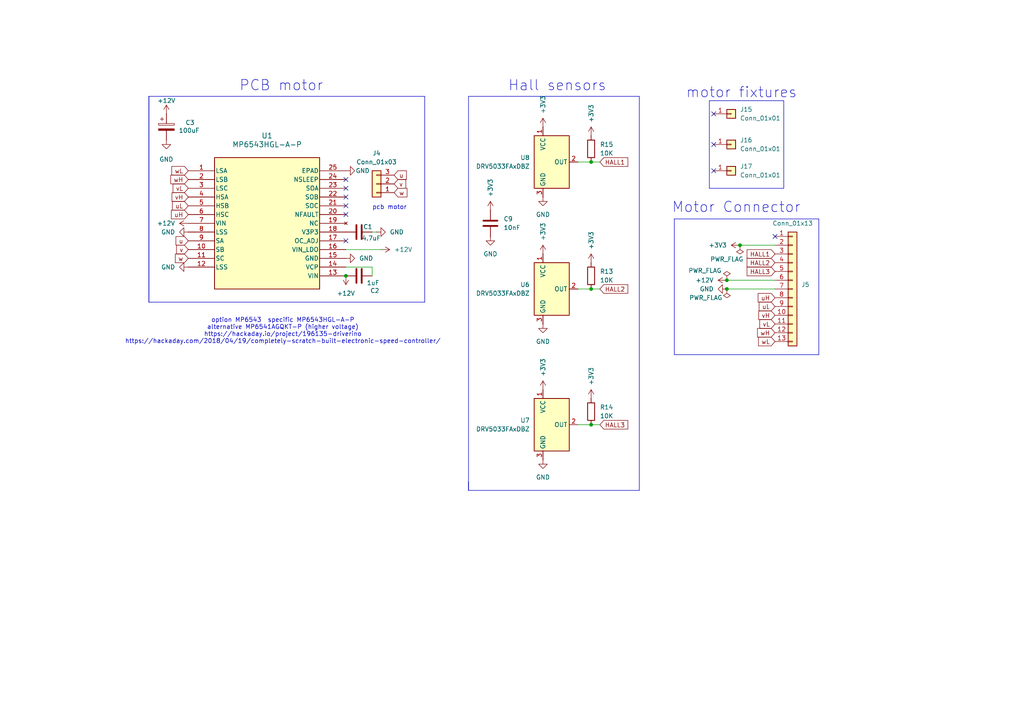
<source format=kicad_sch>
(kicad_sch (version 20231120) (generator "eeschema") (generator_version "8.0")
  (paper "A4")
  (lib_symbols
    (symbol "2024-10-30_09-27-01:MP6543HGL-A-P" (pin_names (offset 0.254))
      (property "Reference" "U" (at 22.86 10.16 0))
      (property "Value" "MP6543HGL-A-P" (at 22.86 7.62 0))
      (symbol "MP6543HGL-A-P_0_1"
        (rectangle (start 7.62 3.81) (end 38.1 -34.29) (stroke (width 0.254)) (fill (type background)))
      )
      (symbol "MP6543HGL-A-P_1_1"
        (pin passive line (at 0 0 0) (length 7.62) (name "LSA") (number "1"))
        (pin output line (at 0 -22.86 0) (length 7.62) (name "SB") (number "10"))
        (pin output line (at 0 -25.4 0) (length 7.62) (name "SC") (number "11"))
        (pin power_in line (at 0 -27.94 0) (length 7.62) (name "LSS") (number "12"))
        (pin power_in line (at 45.72 -30.48 180) (length 7.62) (name "VIN") (number "13"))
        (pin output line (at 45.72 -27.94 180) (length 7.62) (name "VCP") (number "14"))
        (pin power_in line (at 45.72 -25.4 180) (length 7.62) (name "GND") (number "15"))
        (pin input line (at 45.72 -22.86 180) (length 7.62) (name "VIN_LDO") (number "16"))
        (pin unspecified line (at 45.72 -20.32 180) (length 7.62) (name "OC_ADJ") (number "17"))
        (pin power_out line (at 45.72 -17.78 180) (length 7.62) (name "V3P3") (number "18"))
        (pin no_connect line (at 45.72 -15.24 180) (length 7.62) (name "NC") (number "19"))
        (pin passive line (at 0 -2.54 0) (length 7.62) (name "LSB") (number "2"))
        (pin output line (at 45.72 -12.7 180) (length 7.62) (name "NFAULT") (number "20"))
        (pin output line (at 45.72 -10.16 180) (length 7.62) (name "SOC") (number "21"))
        (pin output line (at 45.72 -7.62 180) (length 7.62) (name "SOB") (number "22"))
        (pin output line (at 45.72 -5.08 180) (length 7.62) (name "SOA") (number "23"))
        (pin input line (at 45.72 -2.54 180) (length 7.62) (name "NSLEEP") (number "24"))
        (pin passive line (at 45.72 0 180) (length 7.62) (name "EPAD") (number "25"))
        (pin passive line (at 0 -5.08 0) (length 7.62) (name "LSC") (number "3"))
        (pin passive line (at 0 -7.62 0) (length 7.62) (name "HSA") (number "4"))
        (pin passive line (at 0 -10.16 0) (length 7.62) (name "HSB") (number "5"))
        (pin passive line (at 0 -12.7 0) (length 7.62) (name "HSC") (number "6"))
        (pin power_in line (at 0 -15.24 0) (length 7.62) (name "VIN") (number "7"))
        (pin power_in line (at 0 -17.78 0) (length 7.62) (name "LSS") (number "8"))
        (pin output line (at 0 -20.32 0) (length 7.62) (name "SA") (number "9"))
      )
    )
    (symbol "Connector_Generic:Conn_01x01" (pin_names (offset 1.016) hide)
      (property "Reference" "J" (at 0 2.54 0))
      (property "Value" "Conn_01x01" (at 0 -2.54 0))
      (symbol "Conn_01x01_1_1"
        (rectangle (start -1.27 0.127) (end 0 -0.127) (stroke (width 0.1524)))
        (rectangle (start -1.27 1.27) (end 1.27 -1.27) (stroke (width 0.254)) (fill (type background)))
        (pin passive line (at -5.08 0 0) (length 3.81) (name "Pin_1") (number "1"))
      )
    )
    (symbol "Connector_Generic:Conn_01x03" (pin_names (offset 1.016) hide)
      (property "Reference" "J" (at 0 5.08 0))
      (property "Value" "Conn_01x03" (at 0 -5.08 0))
      (symbol "Conn_01x03_1_1"
        (rectangle (start -1.27 -2.413) (end 0 -2.667) (stroke (width 0.1524)))
        (rectangle (start -1.27 0.127) (end 0 -0.127) (stroke (width 0.1524)))
        (rectangle (start -1.27 2.667) (end 0 2.413) (stroke (width 0.1524)))
        (rectangle (start -1.27 3.81) (end 1.27 -3.81) (stroke (width 0.254)) (fill (type background)))
        (pin passive line (at -5.08 2.54 0) (length 3.81) (name "Pin_1") (number "1"))
        (pin passive line (at -5.08 0 0) (length 3.81) (name "Pin_2") (number "2"))
        (pin passive line (at -5.08 -2.54 0) (length 3.81) (name "Pin_3") (number "3"))
      )
    )
    (symbol "Connector_Generic:Conn_01x13" (pin_names (offset 1.016) hide)
      (property "Reference" "J" (at 0 17.78 0))
      (property "Value" "Conn_01x13" (at 0 -17.78 0))
      (symbol "Conn_01x13_1_1"
        (rectangle (start -1.27 -15.113) (end 0 -15.367) (stroke (width 0.1524)))
        (rectangle (start -1.27 -12.573) (end 0 -12.827) (stroke (width 0.1524)))
        (rectangle (start -1.27 -10.033) (end 0 -10.287) (stroke (width 0.1524)))
        (rectangle (start -1.27 -7.493) (end 0 -7.747) (stroke (width 0.1524)))
        (rectangle (start -1.27 -4.953) (end 0 -5.207) (stroke (width 0.1524)))
        (rectangle (start -1.27 -2.413) (end 0 -2.667) (stroke (width 0.1524)))
        (rectangle (start -1.27 0.127) (end 0 -0.127) (stroke (width 0.1524)))
        (rectangle (start -1.27 2.667) (end 0 2.413) (stroke (width 0.1524)))
        (rectangle (start -1.27 5.207) (end 0 4.953) (stroke (width 0.1524)))
        (rectangle (start -1.27 7.747) (end 0 7.493) (stroke (width 0.1524)))
        (rectangle (start -1.27 10.287) (end 0 10.033) (stroke (width 0.1524)))
        (rectangle (start -1.27 12.827) (end 0 12.573) (stroke (width 0.1524)))
        (rectangle (start -1.27 15.367) (end 0 15.113) (stroke (width 0.1524)))
        (rectangle (start -1.27 16.51) (end 1.27 -16.51) (stroke (width 0.254)) (fill (type background)))
        (pin passive line (at -5.08 15.24 0) (length 3.81) (name "Pin_1") (number "1"))
        (pin passive line (at -5.08 -7.62 0) (length 3.81) (name "Pin_10") (number "10"))
        (pin passive line (at -5.08 -10.16 0) (length 3.81) (name "Pin_11") (number "11"))
        (pin passive line (at -5.08 -12.7 0) (length 3.81) (name "Pin_12") (number "12"))
        (pin passive line (at -5.08 -15.24 0) (length 3.81) (name "Pin_13") (number "13"))
        (pin passive line (at -5.08 12.7 0) (length 3.81) (name "Pin_2") (number "2"))
        (pin passive line (at -5.08 10.16 0) (length 3.81) (name "Pin_3") (number "3"))
        (pin passive line (at -5.08 7.62 0) (length 3.81) (name "Pin_4") (number "4"))
        (pin passive line (at -5.08 5.08 0) (length 3.81) (name "Pin_5") (number "5"))
        (pin passive line (at -5.08 2.54 0) (length 3.81) (name "Pin_6") (number "6"))
        (pin passive line (at -5.08 0 0) (length 3.81) (name "Pin_7") (number "7"))
        (pin passive line (at -5.08 -2.54 0) (length 3.81) (name "Pin_8") (number "8"))
        (pin passive line (at -5.08 -5.08 0) (length 3.81) (name "Pin_9") (number "9"))
      )
    )
    (symbol "Device:C" (pin_numbers hide) (pin_names (offset 0.254))
      (property "Reference" "C" (at 0.635 2.54 0))
      (property "Value" "C" (at 0.635 -2.54 0))
      (symbol "C_0_1"
        (polyline (pts (xy -2.032 -0.762) (xy 2.032 -0.762)) (stroke (width 0.508)))
        (polyline (pts (xy -2.032 0.762) (xy 2.032 0.762)) (stroke (width 0.508)))
      )
      (symbol "C_1_1"
        (pin passive line (at 0 3.81 270) (length 2.794) (name "~") (number "1"))
        (pin passive line (at 0 -3.81 90) (length 2.794) (name "~") (number "2"))
      )
    )
    (symbol "Device:C_Polarized" (pin_numbers hide) (pin_names (offset 0.254))
      (property "Reference" "C" (at 0.635 2.54 0))
      (property "Value" "C_Polarized" (at 0.635 -2.54 0))
      (symbol "C_Polarized_0_1"
        (rectangle (start -2.286 0.508) (end 2.286 1.016))
        (polyline (pts (xy -1.778 2.286) (xy -0.762 2.286)))
        (polyline (pts (xy -1.27 2.794) (xy -1.27 1.778)))
        (rectangle (start 2.286 -0.508) (end -2.286 -1.016) (fill (type outline)))
      )
      (symbol "C_Polarized_1_1"
        (pin passive line (at 0 3.81 270) (length 2.794) (name "~") (number "1"))
        (pin passive line (at 0 -3.81 90) (length 2.794) (name "~") (number "2"))
      )
    )
    (symbol "Device:R" (pin_numbers hide) (pin_names (offset 0))
      (property "Reference" "R" (at 2.032 0 90))
      (property "Value" "R" (at 0 0 90))
      (symbol "R_0_1"
        (rectangle (start -1.016 -2.54) (end 1.016 2.54) (stroke (width 0.254)))
      )
      (symbol "R_1_1"
        (pin passive line (at 0 3.81 270) (length 1.27) (name "~") (number "1"))
        (pin passive line (at 0 -3.81 90) (length 1.27) (name "~") (number "2"))
      )
    )
    (symbol "Sensor_Magnetic:DRV5033FAxDBZ"
      (property "Reference" "U" (at 2.54 12.7 0))
      (property "Value" "DRV5033FAxDBZ" (at 2.54 10.16 0))
      (symbol "DRV5033FAxDBZ_1_1"
        (rectangle (start -5.08 7.62) (end 5.08 -7.62) (stroke (width 0.254)) (fill (type background)))
        (pin power_in line (at -2.54 10.16 270) (length 2.54) (name "VCC") (number "1"))
        (pin output line (at 7.62 0 180) (length 2.54) (name "OUT") (number "2"))
        (pin power_in line (at -2.54 -10.16 90) (length 2.54) (name "GND") (number "3"))
      )
    )
    (symbol "power:+12V" (power) (pin_numbers hide) (pin_names (offset 0) hide)
      (property "Value" "+12V" (at 0 3.556 0))
      (symbol "+12V_0_1"
        (polyline (pts (xy -0.762 1.27) (xy 0 2.54)))
        (polyline (pts (xy 0 0) (xy 0 2.54)))
        (polyline (pts (xy 0 2.54) (xy 0.762 1.27)))
      )
      (symbol "+12V_1_1"
        (pin power_in line (at 0 0 90) (length 0) (name "~") (number "1"))
      )
    )
    (symbol "power:+3V3" (power) (pin_numbers hide) (pin_names (offset 0) hide)
      (property "Value" "+3V3" (at 0 3.556 0))
      (symbol "+3V3_0_1"
        (polyline (pts (xy -0.762 1.27) (xy 0 2.54)))
        (polyline (pts (xy 0 0) (xy 0 2.54)))
        (polyline (pts (xy 0 2.54) (xy 0.762 1.27)))
      )
      (symbol "+3V3_1_1"
        (pin power_in line (at 0 0 90) (length 0) (name "~") (number "1"))
      )
    )
    (symbol "power:GND" (power) (pin_numbers hide) (pin_names (offset 0) hide)
      (property "Value" "GND" (at 0 -3.81 0))
      (symbol "GND_0_1"
        (polyline (pts (xy 0 0) (xy 0 -1.27) (xy 1.27 -1.27) (xy 0 -2.54) (xy -1.27 -1.27) (xy 0 -1.27)))
      )
      (symbol "GND_1_1"
        (pin power_in line (at 0 0 270) (length 0) (name "~") (number "1"))
      )
    )
    (symbol "power:PWR_FLAG" (power) (pin_numbers hide) (pin_names (offset 0) hide)
      (property "Value" "PWR_FLAG" (at 0 3.81 0))
      (symbol "PWR_FLAG_0_0"
        (pin power_out line (at 0 0 90) (length 0) (name "~") (number "1"))
      )
      (symbol "PWR_FLAG_0_1"
        (polyline (pts (xy 0 0) (xy 0 1.27) (xy -1.016 1.905) (xy 0 2.54) (xy 1.016 1.905) (xy 0 1.27)))
      )
    )
  )
  (junction (at 171.45 123.19))
  (junction (at 100.33 80.01))
  (junction (at 210.82 81.28))
  (junction (at 210.82 83.82))
  (junction (at 171.45 46.99))
  (junction (at 214.63 71.12))
  (junction (at 171.45 83.82))
  (no_connect (at 100.33 54.61))
  (no_connect (at 207.01 49.53))
  (no_connect (at 100.33 52.07))
  (no_connect (at 100.33 69.85))
  (no_connect (at 100.33 59.69))
  (no_connect (at 100.33 62.23))
  (no_connect (at 207.01 41.91))
  (no_connect (at 100.33 57.15))
  (no_connect (at 207.01 33.02))
  (no_connect (at 224.79 68.58))
  (polyline (pts (xy 227.33 29.21) (xy 205.74 29.21)))
  (wire (pts (xy 167.64 46.99) (xy 171.45 46.99)))
  (wire (pts (xy 100.33 77.47) (xy 107.95 77.47)))
  (polyline (pts (xy 185.42 142.24) (xy 135.89 142.24)))
  (polyline (pts (xy 227.33 54.61) (xy 227.33 29.21)))
  (wire (pts (xy 167.64 123.19) (xy 171.45 123.19)))
  (polyline (pts (xy 135.89 139.7) (xy 135.89 142.24)))
  (wire (pts (xy 171.45 83.82) (xy 173.99 83.82)))
  (polyline (pts (xy 185.42 27.94) (xy 185.42 142.24)))
  (polyline (pts (xy 123.19 87.63) (xy 43.18 87.63)))
  (polyline (pts (xy 135.89 27.94) (xy 185.42 27.94)))
  (wire (pts (xy 214.63 71.12) (xy 224.79 71.12)))
  (polyline (pts (xy 195.58 63.5) (xy 195.58 102.87)))
  (polyline (pts (xy 237.49 102.87) (xy 195.58 102.87)))
  (wire (pts (xy 100.33 72.39) (xy 110.49 72.39)))
  (polyline (pts (xy 237.49 102.87) (xy 237.49 63.5)))
  (polyline (pts (xy 205.74 29.21) (xy 205.74 54.61)))
  (polyline (pts (xy 135.89 142.24) (xy 135.89 27.94)))
  (wire (pts (xy 107.95 77.47) (xy 107.95 80.01)))
  (polyline (pts (xy 237.49 63.5) (xy 195.58 63.5)))
  (wire (pts (xy 107.95 67.31) (xy 109.22 67.31)))
  (polyline (pts (xy 43.18 27.94) (xy 43.18 87.63)))
  (wire (pts (xy 210.82 81.28) (xy 224.79 81.28)))
  (wire (pts (xy 167.64 83.82) (xy 171.45 83.82)))
  (polyline (pts (xy 227.33 54.61) (xy 205.74 54.61)))
  (polyline (pts (xy 123.19 27.94) (xy 123.19 87.63)))
  (wire (pts (xy 171.45 123.19) (xy 173.99 123.19)))
  (wire (pts (xy 210.82 83.82) (xy 224.79 83.82)))
  (wire (pts (xy 171.45 46.99) (xy 173.99 46.99)))
  (polyline (pts (xy 43.18 27.94) (xy 43.18 87.63)))
  (polyline (pts (xy 43.18 27.94) (xy 123.19 27.94)))
  (text "PCB motor" (at 69.342 26.67 0) (effects (font (size 3 3)) (justify left bottom)))
  (text "Motor Connector" (at 194.818 61.976 0) (effects (font (size 3 3)) (justify left bottom)))
  (text "Hall sensors" (at 147.32 26.67 0) (effects (font (size 3 3)) (justify left bottom)))
  (text "pcb motor" (at 107.95 60.96 0) (effects (font (size 1.27 1.27)) (justify left bottom)))
  (text "motor fixtures" (at 198.882 28.702 0) (effects (font (size 3 3)) (justify left bottom)))
  (text "option MP6543  specific MP6543HGL-A-P\nalternative MP6541AGQKT-P (higher voltage)\nhttps://hackaday.io/project/196135-driverino\nhttps://hackaday.com/2018/04/19/completely-scratch-built-electronic-speed-controller/\n" (at 82.042 96.012 0) (effects (font (size 1.27 1.27))))
  (global_label "wH" (shape input) (at 224.79 96.52 180) (property "Intersheetrefs" "${INTERSHEET_REFS}" (effects (hide yes))))
  (global_label "u" (shape input) (at 114.3 50.8 0) (property "Intersheetrefs" "${INTERSHEET_REFS}" (effects (hide yes))))
  (global_label "vL" (shape input) (at 54.61 54.61 180) (property "Intersheetrefs" "${INTERSHEET_REFS}" (effects (hide yes))))
  (global_label "HALL2" (shape input) (at 173.99 83.82 0) (property "Intersheetrefs" "${INTERSHEET_REFS}" (effects (hide yes))))
  (global_label "w" (shape input) (at 54.61 74.93 180) (property "Intersheetrefs" "${INTERSHEET_REFS}" (effects (hide yes))))
  (global_label "HALL2" (shape input) (at 224.79 76.2 180) (property "Intersheetrefs" "${INTERSHEET_REFS}" (effects (hide yes))))
  (global_label "v" (shape input) (at 54.61 72.39 180) (property "Intersheetrefs" "${INTERSHEET_REFS}" (effects (hide yes))))
  (global_label "HALL3" (shape input) (at 173.99 123.19 0) (property "Intersheetrefs" "${INTERSHEET_REFS}" (effects (hide yes))))
  (global_label "wH" (shape input) (at 54.61 52.07 180) (property "Intersheetrefs" "${INTERSHEET_REFS}" (effects (hide yes))))
  (global_label "uH" (shape input) (at 224.79 86.36 180) (property "Intersheetrefs" "${INTERSHEET_REFS}" (effects (hide yes))))
  (global_label "uL" (shape input) (at 224.79 88.9 180) (property "Intersheetrefs" "${INTERSHEET_REFS}" (effects (hide yes))))
  (global_label "vH" (shape input) (at 54.61 57.15 180) (property "Intersheetrefs" "${INTERSHEET_REFS}" (effects (hide yes))))
  (global_label "uL" (shape input) (at 54.61 59.69 180) (property "Intersheetrefs" "${INTERSHEET_REFS}" (effects (hide yes))))
  (global_label "vH" (shape input) (at 224.79 91.44 180) (property "Intersheetrefs" "${INTERSHEET_REFS}" (effects (hide yes))))
  (global_label "HALL1" (shape input) (at 173.99 46.99 0) (property "Intersheetrefs" "${INTERSHEET_REFS}" (effects (hide yes))))
  (global_label "uH" (shape input) (at 54.61 62.23 180) (property "Intersheetrefs" "${INTERSHEET_REFS}" (effects (hide yes))))
  (global_label "wL" (shape input) (at 54.61 49.53 180) (property "Intersheetrefs" "${INTERSHEET_REFS}" (effects (hide yes))))
  (global_label "u" (shape input) (at 54.61 69.85 180) (property "Intersheetrefs" "${INTERSHEET_REFS}" (effects (hide yes))))
  (global_label "HALL1" (shape input) (at 224.79 73.66 180) (property "Intersheetrefs" "${INTERSHEET_REFS}" (effects (hide yes))))
  (global_label "HALL3" (shape input) (at 224.79 78.74 180) (property "Intersheetrefs" "${INTERSHEET_REFS}" (effects (hide yes))))
  (global_label "w" (shape input) (at 114.3 55.88 0) (property "Intersheetrefs" "${INTERSHEET_REFS}" (effects (hide yes))))
  (global_label "vL" (shape input) (at 224.79 93.98 180) (property "Intersheetrefs" "${INTERSHEET_REFS}" (effects (hide yes))))
  (global_label "wL" (shape input) (at 224.79 99.06 180) (property "Intersheetrefs" "${INTERSHEET_REFS}" (effects (hide yes))))
  (global_label "v" (shape input) (at 114.3 53.34 0) (property "Intersheetrefs" "${INTERSHEET_REFS}" (effects (hide yes))))
  (symbol (lib_id "Device:R") (at 171.45 119.38 0) (unit 1)
    (property "Reference" "R14" (at 173.99 118.1099 0) (effects (justify left)))
    (property "Value" "10K" (at 173.99 120.6499 0) (effects (justify left)))
    (property "Footprint" "Resistor_SMD:R_0805_2012Metric_Pad1.20x1.40mm_HandSolder" (effects (hide yes)))
  )
  (symbol (lib_id "power:GND") (at 157.48 57.15 0) (unit 1)
    (property "Reference" "#PWR012" (effects (hide yes)))
    (property "Value" "GND" (at 157.48 62.23 0))
    (property "Description" "Power symbol creates a global label with name \"GND\" , ground" (effects (hide yes)))
  )
  (symbol (lib_id "power:+12V") (at 48.26 33.02 0) (unit 1)
    (property "Reference" "#PWR01" (effects (hide yes)))
    (property "Value" "+12V" (at 48.26 29.21 0))
    (property "Description" "Power symbol creates a global label with name \"+12V\"" (effects (hide yes)))
  )
  (symbol (lib_id "Device:R") (at 171.45 43.18 0) (unit 1)
    (property "Reference" "R15" (at 173.99 41.9099 0) (effects (justify left)))
    (property "Value" "10K" (at 173.99 44.4499 0) (effects (justify left)))
    (property "Footprint" "Resistor_SMD:R_0805_2012Metric_Pad1.20x1.40mm_HandSolder" (effects (hide yes)))
  )
  (symbol (lib_id "power:GND") (at 48.26 40.64 0) (unit 1)
    (property "Reference" "#PWR02" (effects (hide yes)))
    (property "Value" "GND" (at 50.292 46.228 0) (effects (justify right)))
    (property "Description" "Power symbol creates a global label with name \"GND\" , ground" (effects (hide yes)))
  )
  (symbol (lib_id "power:GND") (at 157.48 93.98 0) (unit 1)
    (property "Reference" "#PWR014" (effects (hide yes)))
    (property "Value" "GND" (at 157.48 99.06 0))
    (property "Description" "Power symbol creates a global label with name \"GND\" , ground" (effects (hide yes)))
  )
  (symbol (lib_id "power:+3V3") (at 171.45 115.57 0) (unit 1)
    (property "Reference" "#PWR019" (effects (hide yes)))
    (property "Value" "+3V3" (at 171.45 111.76 90) (effects (justify left)))
    (property "Description" "Power symbol creates a global label with name \"+3V3\"" (effects (hide yes)))
  )
  (symbol (lib_id "Device:R") (at 171.45 80.01 0) (unit 1)
    (property "Reference" "R13" (at 173.99 78.7399 0) (effects (justify left)))
    (property "Value" "10K" (at 173.99 81.2799 0) (effects (justify left)))
    (property "Footprint" "Resistor_SMD:R_0805_2012Metric_Pad1.20x1.40mm_HandSolder" (effects (hide yes)))
  )
  (symbol (lib_id "power:+12V") (at 100.33 80.01 180) (unit 1)
    (property "Reference" "#PWR029" (effects (hide yes)))
    (property "Value" "+12V" (at 100.33 85.09 0))
    (property "Description" "Power symbol creates a global label with name \"+12V\"" (effects (hide yes)))
  )
  (symbol (lib_id "Connector_Generic:Conn_01x13") (at 229.87 83.82 0) (unit 1)
    (property "Reference" "J5" (at 232.41 82.5499 0) (effects (justify left)))
    (property "Value" "Conn_01x13" (at 224.028 64.77 0) (effects (justify left)))
    (property "Footprint" "sockets_scanhead:motor_13pin" (effects (hide yes)))
    (property "Description" "Generic connector, single row, 01x13, script generated (kicad-library-utils/schlib/autogen/connector/)" (effects (hide yes)))
  )
  (symbol (lib_id "power:GND") (at 100.33 49.53 90) (unit 1)
    (property "Reference" "#PWR03" (effects (hide yes)))
    (property "Value" "GND" (at 103.124 49.53 90) (effects (justify right)))
    (property "Description" "Power symbol creates a global label with name \"GND\" , ground" (effects (hide yes)))
  )
  (symbol (lib_id "power:+3V3") (at 157.48 113.03 0) (unit 1)
    (property "Reference" "#PWR015" (effects (hide yes)))
    (property "Value" "+3V3" (at 157.48 109.22 90) (effects (justify left)))
    (property "Description" "Power symbol creates a global label with name \"+3V3\"" (effects (hide yes)))
  )
  (symbol (lib_id "power:+3V3") (at 142.24 60.96 0) (unit 1)
    (property "Reference" "#PWR09" (effects (hide yes)))
    (property "Value" "+3V3" (at 142.24 57.15 90) (effects (justify left)))
    (property "Description" "Power symbol creates a global label with name \"+3V3\"" (effects (hide yes)))
  )
  (symbol (lib_id "Connector_Generic:Conn_01x03") (at 109.22 53.34 180) (unit 1)
    (property "Reference" "J4" (at 109.22 44.45 0))
    (property "Value" "Conn_01x03" (at 109.22 46.99 0))
    (property "Footprint" "sockets_scanhead:pcbmotor_smd" (effects (hide yes)))
  )
  (symbol (lib_id "power:GND") (at 54.61 77.47 270) (unit 1)
    (property "Reference" "#PWR025" (effects (hide yes)))
    (property "Value" "GND" (at 50.8 77.4699 90) (effects (justify right)))
    (property "Description" "Power symbol creates a global label with name \"GND\" , ground" (effects (hide yes)))
  )
  (symbol (lib_id "power:GND") (at 157.48 133.35 0) (unit 1)
    (property "Reference" "#PWR016" (effects (hide yes)))
    (property "Value" "GND" (at 157.48 138.43 0))
    (property "Description" "Power symbol creates a global label with name \"GND\" , ground" (effects (hide yes)))
  )
  (symbol (lib_id "power:+12V") (at 110.49 72.39 270) (unit 1)
    (property "Reference" "#PWR030" (effects (hide yes)))
    (property "Value" "+12V" (at 114.3 72.3899 90) (effects (justify left)))
    (property "Description" "Power symbol creates a global label with name \"+12V\"" (effects (hide yes)))
  )
  (symbol (lib_id "power:+3V3") (at 214.63 71.12 90) (unit 1)
    (property "Reference" "#PWR021" (effects (hide yes)))
    (property "Value" "+3V3" (at 210.82 71.12 90) (effects (justify left)))
    (property "Description" "Power symbol creates a global label with name \"+3V3\"" (effects (hide yes)))
  )
  (symbol (lib_id "power:PWR_FLAG") (at 214.63 71.12 180) (unit 1)
    (property "Reference" "#FLG02" (effects (hide yes)))
    (property "Value" "PWR_FLAG" (at 210.82 75.184 0))
    (property "Description" "Special symbol for telling ERC where power comes from" (effects (hide yes)))
  )
  (symbol (lib_id "Sensor_Magnetic:DRV5033FAxDBZ") (at 160.02 46.99 0) (unit 1)
    (property "Reference" "U8" (at 153.67 45.7199 0) (effects (justify right)))
    (property "Value" "DRV5033FAxDBZ" (at 153.67 48.2599 0) (effects (justify right)))
    (property "Footprint" "Package_TO_SOT_SMD:SOT-23" (effects (hide yes)))
    (property "Datasheet" "https://www.ti.com/lit/ds/symlink/drv5033.pdf" (effects (hide yes)))
  )
  (symbol (lib_id "power:+12V") (at 54.61 64.77 90) (unit 1)
    (property "Reference" "#PWR028" (effects (hide yes)))
    (property "Value" "+12V" (at 50.8 64.7699 90) (effects (justify left)))
    (property "Description" "Power symbol creates a global label with name \"+12V\"" (effects (hide yes)))
  )
  (symbol (lib_id "power:GND") (at 109.22 67.31 90) (unit 1)
    (property "Reference" "#PWR026" (effects (hide yes)))
    (property "Value" "GND" (at 113.03 67.3099 90) (effects (justify right)))
    (property "Description" "Power symbol creates a global label with name \"GND\" , ground" (effects (hide yes)))
  )
  (symbol (lib_id "power:PWR_FLAG") (at 210.82 83.82 180) (unit 1)
    (property "Reference" "#FLG04" (effects (hide yes)))
    (property "Value" "PWR_FLAG" (at 204.724 86.36 0))
    (property "Description" "Special symbol for telling ERC where power comes from" (effects (hide yes)))
  )
  (symbol (lib_id "Connector_Generic:Conn_01x01") (at 212.09 41.91 0) (unit 1)
    (property "Reference" "J16" (at 214.63 40.64 0) (effects (justify left)))
    (property "Value" "Conn_01x01" (at 214.63 43.18 0) (effects (justify left)))
    (property "Footprint" "sockets_scanhead:TestPoint_Pad_D2.5mm_nosilk" (effects (hide yes)))
  )
  (symbol (lib_id "power:+3V3") (at 171.45 39.37 0) (unit 1)
    (property "Reference" "#PWR017" (effects (hide yes)))
    (property "Value" "+3V3" (at 171.45 35.56 90) (effects (justify left)))
    (property "Description" "Power symbol creates a global label with name \"+3V3\"" (effects (hide yes)))
  )
  (symbol (lib_id "power:+3V3") (at 171.45 76.2 0) (unit 1)
    (property "Reference" "#PWR018" (effects (hide yes)))
    (property "Value" "+3V3" (at 171.45 72.39 90) (effects (justify left)))
    (property "Description" "Power symbol creates a global label with name \"+3V3\"" (effects (hide yes)))
  )
  (symbol (lib_id "power:GND") (at 210.82 83.82 270) (unit 1)
    (property "Reference" "#PWR023" (effects (hide yes)))
    (property "Value" "GND" (at 207.01 83.8199 90) (effects (justify right)))
    (property "Description" "Power symbol creates a global label with name \"GND\" , ground" (effects (hide yes)))
  )
  (symbol (lib_id "power:PWR_FLAG") (at 210.82 81.28 0) (unit 1)
    (property "Reference" "#FLG01" (effects (hide yes)))
    (property "Value" "PWR_FLAG" (at 204.47 78.486 0))
    (property "Description" "Special symbol for telling ERC where power comes from" (effects (hide yes)))
  )
  (symbol (lib_id "Device:C") (at 142.24 64.77 0) (unit 1)
    (property "Reference" "C9" (at 146.05 63.4999 0) (effects (justify left)))
    (property "Value" "10nF" (at 146.05 66.0399 0) (effects (justify left)))
    (property "Footprint" "Capacitor_SMD:C_0805_2012Metric_Pad1.18x1.45mm_HandSolder" (effects (hide yes)))
  )
  (symbol (lib_id "power:+12V") (at 210.82 81.28 90) (unit 1)
    (property "Reference" "#PWR022" (effects (hide yes)))
    (property "Value" "+12V" (at 207.01 81.28 90) (effects (justify left)))
    (property "Description" "Power symbol creates a global label with name \"+12V\"" (effects (hide yes)))
  )
  (symbol (lib_id "Connector_Generic:Conn_01x01") (at 212.09 33.02 0) (unit 1)
    (property "Reference" "J15" (at 214.63 31.75 0) (effects (justify left)))
    (property "Value" "Conn_01x01" (at 214.63 34.29 0) (effects (justify left)))
    (property "Footprint" "sockets_scanhead:TestPoint_Pad_D2.5mm_nosilk" (effects (hide yes)))
  )
  (symbol (lib_id "Device:C") (at 104.14 67.31 270) (unit 1)
    (property "Reference" "C1" (at 106.68 65.786 90))
    (property "Value" "4.7uF" (at 107.696 69.088 90))
    (property "Footprint" "Capacitor_SMD:C_0805_2012Metric" (effects (hide yes)))
    (property "Description" "Unpolarized capacitor" (effects (hide yes)))
  )
  (symbol (lib_id "2024-10-30_09-27-01:MP6543HGL-A-P") (at 54.61 49.53 0) (unit 1)
    (property "Reference" "U1" (at 77.47 39.37 0) (effects (font (size 1.524 1.524))))
    (property "Value" "MP6543HGL-A-P" (at 77.47 41.91 0) (effects (font (size 1.524 1.524))))
    (property "Footprint" "Package_DFN_QFN:QFN-24-1EP_3x4mm_P0.4mm_EP1.65x2.65mm_ThermalVias" (effects (hide yes)))
    (property "Datasheet" "MP6543HGL-A-P" (effects (hide yes)))
    (property "mouser#" "946-MP6543HGL-A-P" (effects (hide yes)))
    (property "manuf#" "MP6543HGL-A-P" (effects (hide yes)))
  )
  (symbol (lib_id "power:GND") (at 54.61 67.31 270) (unit 1)
    (property "Reference" "#PWR024" (effects (hide yes)))
    (property "Value" "GND" (at 50.8 67.3099 90) (effects (justify right)))
    (property "Description" "Power symbol creates a global label with name \"GND\" , ground" (effects (hide yes)))
  )
  (symbol (lib_id "Connector_Generic:Conn_01x01") (at 212.09 49.53 0) (unit 1)
    (property "Reference" "J17" (at 214.63 48.26 0) (effects (justify left)))
    (property "Value" "Conn_01x01" (at 214.63 50.8 0) (effects (justify left)))
    (property "Footprint" "sockets_scanhead:TestPoint_Pad_D2.5mm_nosilk" (effects (hide yes)))
  )
  (symbol (lib_id "power:GND") (at 100.33 74.93 90) (unit 1)
    (property "Reference" "#PWR027" (effects (hide yes)))
    (property "Value" "GND" (at 104.14 74.9299 90) (effects (justify right)))
    (property "Description" "Power symbol creates a global label with name \"GND\" , ground" (effects (hide yes)))
  )
  (symbol (lib_id "Sensor_Magnetic:DRV5033FAxDBZ") (at 160.02 123.19 0) (unit 1)
    (property "Reference" "U7" (at 153.67 121.9199 0) (effects (justify right)))
    (property "Value" "DRV5033FAxDBZ" (at 153.67 124.4599 0) (effects (justify right)))
    (property "Footprint" "Package_TO_SOT_SMD:SOT-23" (effects (hide yes)))
    (property "Datasheet" "https://www.ti.com/lit/ds/symlink/drv5033.pdf" (effects (hide yes)))
  )
  (symbol (lib_id "power:+3V3") (at 157.48 36.83 0) (unit 1)
    (property "Reference" "#PWR011" (effects (hide yes)))
    (property "Value" "+3V3" (at 157.48 33.02 90) (effects (justify left)))
    (property "Description" "Power symbol creates a global label with name \"+3V3\"" (effects (hide yes)))
  )
  (symbol (lib_id "Device:C_Polarized") (at 48.26 36.83 0) (unit 1)
    (property "Reference" "C3" (at 55.118 35.56 0))
    (property "Value" "100uF" (at 54.864 37.846 0))
    (property "Footprint" "Capacitor_SMD:CP_Elec_6.3x5.4" (effects (hide yes)))
    (property "farnell#" "2466283" (effects (hide yes)))
    (property "mouser#" "710-865080343009" (effects (hide yes)))
    (property "manf#" "865080343009" (effects (hide yes)))
  )
  (symbol (lib_id "power:GND") (at 142.24 68.58 0) (unit 1)
    (property "Reference" "#PWR010" (effects (hide yes)))
    (property "Value" "GND" (at 142.24 73.66 0))
    (property "Description" "Power symbol creates a global label with name \"GND\" , ground" (effects (hide yes)))
  )
  (symbol (lib_id "Device:C") (at 104.14 80.01 90) (unit 1)
    (property "Reference" "C2" (at 108.712 84.328 90))
    (property "Value" "1uF" (at 108.204 82.042 90))
    (property "Footprint" "Capacitor_SMD:C_0805_2012Metric" (effects (hide yes)))
    (property "Description" "Unpolarized capacitor" (effects (hide yes)))
  )
  (symbol (lib_id "Sensor_Magnetic:DRV5033FAxDBZ") (at 160.02 83.82 0) (unit 1)
    (property "Reference" "U6" (at 153.67 82.5499 0) (effects (justify right)))
    (property "Value" "DRV5033FAxDBZ" (at 153.67 85.0899 0) (effects (justify right)))
    (property "Footprint" "Package_TO_SOT_SMD:SOT-23" (effects (hide yes)))
    (property "Datasheet" "https://www.ti.com/lit/ds/symlink/drv5033.pdf" (effects (hide yes)))
  )
  (symbol (lib_id "power:+3V3") (at 157.48 73.66 0) (unit 1)
    (property "Reference" "#PWR013" (effects (hide yes)))
    (property "Value" "+3V3" (at 157.48 69.85 90) (effects (justify left)))
    (property "Description" "Power symbol creates a global label with name \"+3V3\"" (effects (hide yes)))
  )
)
</source>
